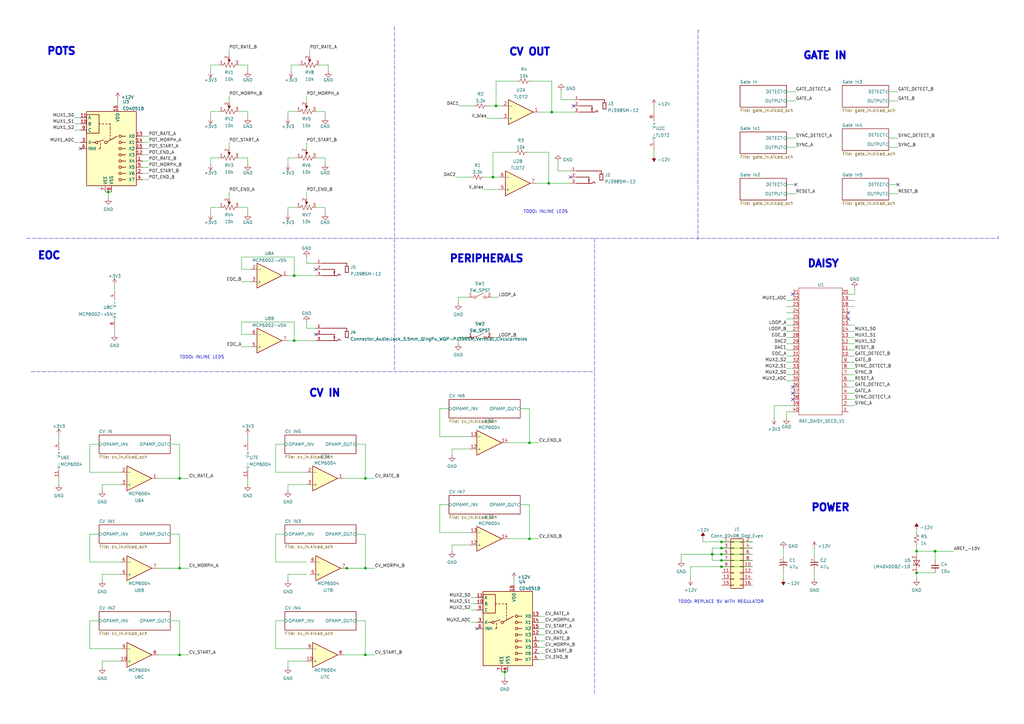
<source format=kicad_sch>
(kicad_sch (version 20211123) (generator eeschema)
  (paper "A3")
  (junction (at 73.66 268.605))
  (junction (at 203.454 43.434))
  (junction (at 292.1 227.33))
  (junction (at 375.92 234.95))
  (junction (at 149.86 233.045))
  (junction (at 149.86 196.215))
  (junction (at 44.45 78.74))
  (junction (at 383.54 226.06))
  (junction (at 225.044 75.184))
  (junction (at 226.314 45.974))
  (junction (at 207.01 275.59))
  (junction (at 217.17 220.98))
  (junction (at 73.66 196.215))
  (junction (at 295.91 229.87))
  (junction (at 202.184 72.644))
  (junction (at 120.65 113.03))
  (junction (at 149.86 268.605))
  (junction (at 120.65 139.7))
  (junction (at 217.17 181.61))
  (junction (at 73.66 233.045))
  (junction (at 295.91 227.33))
  (junction (at 295.91 232.41))
  (junction (at 142.24 233.045))
  (junction (at 375.92 226.06))
  (junction (at 295.91 222.25))
  (junction (at 295.91 224.79))
  (no_connect (at 347.98 130.81))
  (no_connect (at 325.12 158.75))
  (no_connect (at 326.39 75.692))
  (no_connect (at 233.934 72.644))
  (no_connect (at 325.12 163.83))
  (no_connect (at 235.204 43.434))
  (no_connect (at 325.12 161.29))
  (no_connect (at 33.02 60.96))
  (no_connect (at 368.3 75.692))
  (no_connect (at 195.58 257.81))
  (no_connect (at 129.54 137.16))
  (no_connect (at 129.54 110.49))
  (no_connect (at 347.98 128.27))
  (no_connect (at 325.12 120.65))
  (wire (pts (xy 322.58 79.502) (xy 326.39 79.502)))
  (wire (pts (xy 322.58 128.27) (xy 325.12 128.27)))
  (wire (pts (xy 375.92 234.95) (xy 375.92 237.49)))
  (wire (pts (xy 129.54 107.95) (xy 125.73 107.95)))
  (wire (pts (xy 121.92 85.09) (xy 118.11 85.09)))
  (wire (pts (xy 73.66 233.045) (xy 77.47 233.045)))
  (wire (pts (xy 364.49 37.592) (xy 368.3 37.592)))
  (wire (pts (xy 118.11 273.685) (xy 118.11 271.145)))
  (wire (pts (xy 217.424 33.274) (xy 226.314 33.274)))
  (wire (pts (xy 101.6 48.26) (xy 101.6 45.72)))
  (wire (pts (xy 347.98 125.73) (xy 350.52 125.73)))
  (wire (pts (xy 99.06 137.16) (xy 99.06 132.08)))
  (wire (pts (xy 41.91 271.145) (xy 49.53 271.145)))
  (wire (pts (xy 46.99 137.16) (xy 46.99 134.62)))
  (wire (pts (xy 93.98 22.86) (xy 93.98 20.32)))
  (wire (pts (xy 149.86 219.075) (xy 146.05 219.075)))
  (wire (pts (xy 180.34 167.64) (xy 180.34 179.07)))
  (wire (pts (xy 295.91 232.41) (xy 308.61 232.41)))
  (wire (pts (xy 325.12 146.05) (xy 322.58 146.05)))
  (wire (pts (xy 199.644 43.434) (xy 203.454 43.434)))
  (wire (pts (xy 317.5 166.37) (xy 317.5 171.45)))
  (wire (pts (xy 120.65 113.03) (xy 129.54 113.03)))
  (wire (pts (xy 195.58 255.27) (xy 193.04 255.27)))
  (wire (pts (xy 73.66 233.045) (xy 73.66 219.075)))
  (wire (pts (xy 350.52 140.97) (xy 347.98 140.97)))
  (wire (pts (xy 90.17 26.67) (xy 86.36 26.67)))
  (wire (pts (xy 322.58 130.81) (xy 325.12 130.81)))
  (wire (pts (xy 46.99 116.84) (xy 46.99 119.38)))
  (wire (pts (xy 364.49 79.502) (xy 368.3 79.502)))
  (wire (pts (xy 41.91 198.755) (xy 49.53 198.755)))
  (wire (pts (xy 118.11 113.03) (xy 120.65 113.03)))
  (wire (pts (xy 347.98 158.75) (xy 350.52 158.75)))
  (wire (pts (xy 41.91 235.585) (xy 49.53 235.585)))
  (wire (pts (xy 322.58 37.592) (xy 326.39 37.592)))
  (wire (pts (xy 203.454 33.274) (xy 212.344 33.274)))
  (wire (pts (xy 73.66 196.215) (xy 77.47 196.215)))
  (wire (pts (xy 364.49 56.642) (xy 368.3 56.642)))
  (wire (pts (xy 58.42 60.96) (xy 60.96 60.96)))
  (wire (pts (xy 292.1 227.33) (xy 295.91 227.33)))
  (wire (pts (xy 64.77 233.045) (xy 73.66 233.045)))
  (wire (pts (xy 347.98 153.67) (xy 350.52 153.67)))
  (wire (pts (xy 36.83 230.505) (xy 49.53 230.505)))
  (wire (pts (xy 93.98 81.28) (xy 93.98 78.74)))
  (wire (pts (xy 97.79 26.67) (xy 101.6 26.67)))
  (wire (pts (xy 334.01 233.68) (xy 334.01 237.49)))
  (wire (pts (xy 187.96 121.92) (xy 187.96 124.46)))
  (wire (pts (xy 350.52 135.89) (xy 347.98 135.89)))
  (wire (pts (xy 268.224 61.214) (xy 268.224 63.754)))
  (wire (pts (xy 195.58 247.65) (xy 193.04 247.65)))
  (wire (pts (xy 201.93 121.92) (xy 204.47 121.92)))
  (wire (pts (xy 129.54 64.77) (xy 133.35 64.77)))
  (wire (pts (xy 118.11 87.63) (xy 118.11 85.09)))
  (wire (pts (xy 99.06 132.08) (xy 120.65 132.08)))
  (wire (pts (xy 73.66 268.605) (xy 73.66 254.635)))
  (wire (pts (xy 295.91 227.33) (xy 308.61 227.33)))
  (wire (pts (xy 118.11 235.585) (xy 125.73 235.585)))
  (wire (pts (xy 230.124 40.894) (xy 235.204 40.894)))
  (wire (pts (xy 325.12 151.13) (xy 322.58 151.13)))
  (wire (pts (xy 118.11 139.7) (xy 120.65 139.7)))
  (wire (pts (xy 118.11 67.31) (xy 118.11 64.77)))
  (wire (pts (xy 73.66 268.605) (xy 77.47 268.605)))
  (polyline (pts (xy 243.84 97.79) (xy 243.84 284.48)))
  (wire (pts (xy 102.87 137.16) (xy 99.06 137.16)))
  (wire (pts (xy 113.03 266.065) (xy 125.73 266.065)))
  (wire (pts (xy 24.13 178.435) (xy 24.13 180.975)))
  (wire (pts (xy 130.81 26.67) (xy 134.62 26.67)))
  (wire (pts (xy 364.49 75.692) (xy 368.3 75.692)))
  (wire (pts (xy 350.52 123.19) (xy 347.98 123.19)))
  (wire (pts (xy 60.96 58.42) (xy 58.42 58.42)))
  (wire (pts (xy 113.03 219.075) (xy 113.03 230.505)))
  (wire (pts (xy 207.01 275.59) (xy 207.01 278.13)))
  (wire (pts (xy 180.34 207.01) (xy 180.34 218.44)))
  (wire (pts (xy 288.29 222.25) (xy 295.91 222.25)))
  (wire (pts (xy 322.58 60.452) (xy 326.39 60.452)))
  (wire (pts (xy 102.87 110.49) (xy 99.06 110.49)))
  (wire (pts (xy 101.6 198.755) (xy 101.6 196.215)))
  (wire (pts (xy 364.49 60.452) (xy 368.3 60.452)))
  (wire (pts (xy 90.17 85.09) (xy 86.36 85.09)))
  (wire (pts (xy 125.73 105.41) (xy 125.73 107.95)))
  (wire (pts (xy 383.54 226.06) (xy 383.54 229.87)))
  (wire (pts (xy 58.42 63.5) (xy 60.96 63.5)))
  (wire (pts (xy 90.17 45.72) (xy 86.36 45.72)))
  (wire (pts (xy 325.12 140.97) (xy 322.58 140.97)))
  (wire (pts (xy 41.91 238.125) (xy 41.91 235.585)))
  (wire (pts (xy 322.58 148.59) (xy 325.12 148.59)))
  (wire (pts (xy 322.58 41.402) (xy 326.39 41.402)))
  (wire (pts (xy 347.98 143.51) (xy 350.52 143.51)))
  (wire (pts (xy 185.42 186.69) (xy 185.42 184.15)))
  (wire (pts (xy 180.34 218.44) (xy 193.04 218.44)))
  (wire (pts (xy 113.03 230.505) (xy 125.73 230.505)))
  (wire (pts (xy 221.234 45.974) (xy 226.314 45.974)))
  (wire (pts (xy 364.49 41.402) (xy 368.3 41.402)))
  (wire (pts (xy 375.92 234.95) (xy 383.54 234.95)))
  (wire (pts (xy 325.12 166.37) (xy 317.5 166.37)))
  (wire (pts (xy 322.58 153.67) (xy 325.12 153.67)))
  (wire (pts (xy 149.86 182.245) (xy 146.05 182.245)))
  (wire (pts (xy 210.82 237.49) (xy 210.82 240.03)))
  (wire (pts (xy 228.854 70.104) (xy 233.934 70.104)))
  (wire (pts (xy 225.044 62.484) (xy 225.044 75.184)))
  (wire (pts (xy 191.77 138.43) (xy 187.96 138.43)))
  (wire (pts (xy 322.58 143.51) (xy 325.12 143.51)))
  (wire (pts (xy 149.86 268.605) (xy 149.86 254.635)))
  (wire (pts (xy 64.77 268.605) (xy 73.66 268.605)))
  (wire (pts (xy 33.02 50.8) (xy 30.48 50.8)))
  (wire (pts (xy 325.12 133.35) (xy 322.58 133.35)))
  (wire (pts (xy 101.6 178.435) (xy 101.6 180.975)))
  (wire (pts (xy 86.36 67.31) (xy 86.36 64.77)))
  (wire (pts (xy 121.92 45.72) (xy 118.11 45.72)))
  (wire (pts (xy 60.96 68.58) (xy 58.42 68.58)))
  (wire (pts (xy 149.86 233.045) (xy 153.67 233.045)))
  (wire (pts (xy 120.65 105.41) (xy 120.65 113.03)))
  (wire (pts (xy 101.6 87.63) (xy 101.6 85.09)))
  (wire (pts (xy 116.84 219.075) (xy 113.03 219.075)))
  (wire (pts (xy 225.044 75.184) (xy 233.934 75.184)))
  (wire (pts (xy 185.42 223.52) (xy 193.04 223.52)))
  (wire (pts (xy 113.03 254.635) (xy 113.03 266.065)))
  (wire (pts (xy 99.06 142.24) (xy 102.87 142.24)))
  (polyline (pts (xy 161.798 10.922) (xy 161.798 151.638)))
  (wire (pts (xy 133.35 87.63) (xy 133.35 85.09)))
  (wire (pts (xy 322.58 75.692) (xy 326.39 75.692)))
  (wire (pts (xy 44.45 78.74) (xy 45.72 78.74)))
  (wire (pts (xy 220.98 267.97) (xy 223.52 267.97)))
  (wire (pts (xy 133.35 48.26) (xy 133.35 45.72)))
  (wire (pts (xy 219.964 75.184) (xy 225.044 75.184)))
  (wire (pts (xy 202.184 72.644) (xy 204.724 72.644)))
  (wire (pts (xy 73.66 219.075) (xy 69.85 219.075)))
  (wire (pts (xy 288.29 222.25) (xy 288.29 220.98)))
  (wire (pts (xy 48.26 40.64) (xy 48.26 43.18)))
  (polyline (pts (xy 10.922 97.79) (xy 409.448 97.79)))
  (wire (pts (xy 279.4 227.33) (xy 292.1 227.33)))
  (wire (pts (xy 113.03 182.245) (xy 113.03 193.675)))
  (wire (pts (xy 73.66 196.215) (xy 73.66 182.245)))
  (polyline (pts (xy 286.258 12.446) (xy 286.766 12.446)))
  (wire (pts (xy 375.92 226.06) (xy 375.92 227.33)))
  (wire (pts (xy 125.73 132.08) (xy 125.73 134.62)))
  (wire (pts (xy 375.92 217.17) (xy 375.92 218.44)))
  (wire (pts (xy 184.15 167.64) (xy 180.34 167.64)))
  (wire (pts (xy 149.86 268.605) (xy 153.67 268.605)))
  (wire (pts (xy 97.79 45.72) (xy 101.6 45.72)))
  (wire (pts (xy 292.1 224.79) (xy 292.1 227.33)))
  (wire (pts (xy 40.64 182.245) (xy 36.83 182.245)))
  (wire (pts (xy 322.58 168.91) (xy 322.58 171.45)))
  (wire (pts (xy 193.04 245.11) (xy 195.58 245.11)))
  (wire (pts (xy 193.04 250.19) (xy 195.58 250.19)))
  (wire (pts (xy 125.73 81.28) (xy 125.73 78.74)))
  (wire (pts (xy 347.98 161.29) (xy 350.52 161.29)))
  (wire (pts (xy 226.314 33.274) (xy 226.314 45.974)))
  (wire (pts (xy 44.45 78.74) (xy 44.45 81.28)))
  (wire (pts (xy 41.91 273.685) (xy 41.91 271.145)))
  (wire (pts (xy 86.36 48.26) (xy 86.36 45.72)))
  (wire (pts (xy 350.52 120.65) (xy 350.52 118.11)))
  (wire (pts (xy 149.86 254.635) (xy 146.05 254.635)))
  (wire (pts (xy 133.35 67.31) (xy 133.35 64.77)))
  (wire (pts (xy 86.36 29.21) (xy 86.36 26.67)))
  (wire (pts (xy 36.83 266.065) (xy 49.53 266.065)))
  (wire (pts (xy 220.98 257.81) (xy 223.52 257.81)))
  (wire (pts (xy 134.62 29.21) (xy 134.62 26.67)))
  (wire (pts (xy 203.454 43.434) (xy 205.994 43.434)))
  (wire (pts (xy 325.12 168.91) (xy 322.58 168.91)))
  (wire (pts (xy 184.15 207.01) (xy 180.34 207.01)))
  (wire (pts (xy 375.92 226.06) (xy 383.54 226.06)))
  (wire (pts (xy 208.28 220.98) (xy 217.17 220.98)))
  (wire (pts (xy 93.98 41.91) (xy 93.98 39.37)))
  (wire (pts (xy 121.92 64.77) (xy 118.11 64.77)))
  (wire (pts (xy 205.74 275.59) (xy 207.01 275.59)))
  (wire (pts (xy 118.11 271.145) (xy 125.73 271.145)))
  (wire (pts (xy 93.98 60.96) (xy 93.98 58.42)))
  (wire (pts (xy 119.38 29.21) (xy 119.38 26.67)))
  (wire (pts (xy 201.93 138.43) (xy 204.47 138.43)))
  (wire (pts (xy 129.54 134.62) (xy 125.73 134.62)))
  (wire (pts (xy 97.79 64.77) (xy 101.6 64.77)))
  (wire (pts (xy 113.03 193.675) (xy 125.73 193.675)))
  (wire (pts (xy 191.77 121.92) (xy 187.96 121.92)))
  (wire (pts (xy 101.6 29.21) (xy 101.6 26.67)))
  (wire (pts (xy 347.98 163.83) (xy 350.52 163.83)))
  (wire (pts (xy 149.86 196.215) (xy 149.86 182.245)))
  (wire (pts (xy 73.66 182.245) (xy 69.85 182.245)))
  (wire (pts (xy 292.1 229.87) (xy 295.91 229.87)))
  (wire (pts (xy 217.17 220.98) (xy 220.98 220.98)))
  (wire (pts (xy 30.48 53.34) (xy 33.02 53.34)))
  (wire (pts (xy 40.64 219.075) (xy 36.83 219.075)))
  (wire (pts (xy 383.54 226.06) (xy 391.16 226.06)))
  (wire (pts (xy 58.42 66.04) (xy 60.96 66.04)))
  (wire (pts (xy 140.97 233.045) (xy 142.24 233.045)))
  (wire (pts (xy 129.54 85.09) (xy 133.35 85.09)))
  (wire (pts (xy 24.13 198.755) (xy 24.13 196.215)))
  (wire (pts (xy 295.91 229.87) (xy 308.61 229.87)))
  (wire (pts (xy 180.34 179.07) (xy 193.04 179.07)))
  (wire (pts (xy 375.92 223.52) (xy 375.92 226.06)))
  (wire (pts (xy 187.96 138.43) (xy 187.96 140.97)))
  (wire (pts (xy 36.83 254.635) (xy 36.83 266.065)))
  (wire (pts (xy 120.65 139.7) (xy 129.54 139.7)))
  (wire (pts (xy 99.06 110.49) (xy 99.06 105.41)))
  (wire (pts (xy 347.98 146.05) (xy 350.52 146.05)))
  (wire (pts (xy 43.18 78.74) (xy 44.45 78.74)))
  (wire (pts (xy 202.184 72.644) (xy 202.184 62.484)))
  (wire (pts (xy 268.224 43.434) (xy 268.224 45.974)))
  (wire (pts (xy 325.12 135.89) (xy 322.58 135.89)))
  (wire (pts (xy 217.17 181.61) (xy 220.98 181.61)))
  (wire (pts (xy 223.52 255.27) (xy 220.98 255.27)))
  (polyline (pts (xy 12.7 152.4) (xy 243.84 152.4)))
  (wire (pts (xy 199.644 48.514) (xy 205.994 48.514)))
  (wire (pts (xy 217.17 207.01) (xy 213.36 207.01)))
  (wire (pts (xy 58.42 71.12) (xy 60.96 71.12)))
  (wire (pts (xy 86.36 87.63) (xy 86.36 85.09)))
  (wire (pts (xy 116.84 182.245) (xy 113.03 182.245)))
  (wire (pts (xy 220.98 270.51) (xy 223.52 270.51)))
  (wire (pts (xy 90.17 64.77) (xy 86.36 64.77)))
  (wire (pts (xy 347.98 148.59) (xy 350.52 148.59)))
  (wire (pts (xy 120.65 132.08) (xy 120.65 139.7)))
  (wire (pts (xy 216.154 62.484) (xy 225.044 62.484)))
  (wire (pts (xy 125.73 60.96) (xy 125.73 58.42)))
  (wire (pts (xy 217.17 167.64) (xy 213.36 167.64)))
  (wire (pts (xy 140.97 196.215) (xy 149.86 196.215)))
  (wire (pts (xy 228.854 66.294) (xy 228.854 70.104)))
  (wire (pts (xy 347.98 156.21) (xy 350.52 156.21)))
  (polyline (pts (xy 286.258 98.298) (xy 286.258 12.446)))
  (wire (pts (xy 118.11 201.295) (xy 118.11 198.755)))
  (wire (pts (xy 321.31 224.79) (xy 321.31 228.6)))
  (wire (pts (xy 118.11 48.26) (xy 118.11 45.72)))
  (wire (pts (xy 99.06 105.41) (xy 120.65 105.41)))
  (wire (pts (xy 185.42 226.06) (xy 185.42 223.52)))
  (wire (pts (xy 322.58 56.642) (xy 326.39 56.642)))
  (wire (pts (xy 220.98 252.73) (xy 223.52 252.73)))
  (wire (pts (xy 325.12 156.21) (xy 322.58 156.21)))
  (wire (pts (xy 101.6 67.31) (xy 101.6 64.77)))
  (wire (pts (xy 279.4 229.87) (xy 279.4 227.33)))
  (wire (pts (xy 33.02 58.42) (xy 30.48 58.42)))
  (wire (pts (xy 30.48 48.26) (xy 33.02 48.26)))
  (wire (pts (xy 321.31 233.68) (xy 321.31 237.49)))
  (wire (pts (xy 295.91 224.79) (xy 308.61 224.79)))
  (wire (pts (xy 58.42 55.88) (xy 60.96 55.88)))
  (wire (pts (xy 73.66 254.635) (xy 69.85 254.635)))
  (wire (pts (xy 217.17 220.98) (xy 217.17 207.01)))
  (wire (pts (xy 40.64 254.635) (xy 36.83 254.635)))
  (wire (pts (xy 292.1 224.79) (xy 295.91 224.79)))
  (wire (pts (xy 203.454 43.434) (xy 203.454 33.274)))
  (wire (pts (xy 347.98 133.35) (xy 350.52 133.35)))
  (wire (pts (xy 142.24 233.045) (xy 149.86 233.045)))
  (wire (pts (xy 149.86 196.215) (xy 153.67 196.215)))
  (wire (pts (xy 140.97 268.605) (xy 149.86 268.605)))
  (wire (pts (xy 129.54 45.72) (xy 133.35 45.72)))
  (polyline (pts (xy 409.448 97.79) (xy 409.448 96.774)))
  (wire (pts (xy 118.11 238.125) (xy 118.11 235.585)))
  (wire (pts (xy 99.06 115.57) (xy 102.87 115.57)))
  (wire (pts (xy 202.184 62.484) (xy 211.074 62.484)))
  (wire (pts (xy 347.98 166.37) (xy 350.52 166.37)))
  (wire (pts (xy 64.77 196.215) (xy 73.66 196.215)))
  (wire (pts (xy 334.01 224.79) (xy 334.01 228.6)))
  (wire (pts (xy 347.98 151.13) (xy 350.52 151.13)))
  (wire (pts (xy 149.86 233.045) (xy 149.86 219.075)))
  (wire (pts (xy 347.98 120.65) (xy 350.52 120.65)))
  (wire (pts (xy 208.28 181.61) (xy 217.17 181.61)))
  (wire (pts (xy 283.21 232.41) (xy 283.21 237.49)))
  (wire (pts (xy 198.374 77.724) (xy 204.724 77.724)))
  (wire (pts (xy 220.98 262.89) (xy 223.52 262.89)))
  (wire (pts (xy 347.98 138.43) (xy 350.52 138.43)))
  (wire (pts (xy 217.17 181.61) (xy 217.17 167.64)))
  (wire (pts (xy 118.11 198.755) (xy 125.73 198.755)))
  (wire (pts (xy 127 22.86) (xy 127 20.32)))
  (wire (pts (xy 322.58 138.43) (xy 325.12 138.43)))
  (wire (pts (xy 295.91 222.25) (xy 308.61 222.25)))
  (wire (pts (xy 220.98 260.35) (xy 223.52 260.35)))
  (wire (pts (xy 295.91 232.41) (xy 283.21 232.41)))
  (wire (pts (xy 125.73 41.91) (xy 125.73 39.37)))
  (wire (pts (xy 292.1 227.33) (xy 292.1 229.87)))
  (wire (pts (xy 116.84 254.635) (xy 113.03 254.635)))
  (wire (pts (xy 36.83 193.675) (xy 49.53 193.675)))
  (wire (pts (xy 223.52 265.43) (xy 220.98 265.43)))
  (wire (pts (xy 123.19 26.67) (xy 119.38 26.67)))
  (wire (pts (xy 188.214 43.434) (xy 194.564 43.434)))
  (wire (pts (xy 97.79 85.09) (xy 101.6 85.09)))
  (wire (pts (xy 36.83 219.075) (xy 36.83 230.505)))
  (wire (pts (xy 36.83 182.245) (xy 36.83 193.675)))
  (wire (pts (xy 60.96 73.66) (xy 58.42 73.66)))
  (wire (pts (xy 186.944 72.644) (xy 193.294 72.644)))
  (wire (pts (xy 322.58 125.73) (xy 325.12 125.73)))
  (wire (pts (xy 207.01 275.59) (xy 208.28 275.59)))
  (wire (pts (xy 185.42 184.15) (xy 193.04 184.15)))
  (wire (pts (xy 226.314 45.974) (xy 235.204 45.974)))
  (wire (pts (xy 325.12 123.19) (xy 322.58 123.19)))
  (wire (pts (xy 230.124 37.084) (xy 230.124 40.894)))
  (wire (pts (xy 198.374 72.644) (xy 202.184 72.644)))
  (wire (pts (xy 41.91 201.295) (xy 41.91 198.755)))
  (text "DAISY" (at 330.962 109.982 0) (effects (font (size 3 3) (thickness 1) bold) (justify left bottom)))
  (text "POWER" (at 332.486 210.058 0) (effects (font (size 3 3) (thickness 1) bold) (justify left bottom)))
  (text "CV OUT" (at 208.534 23.114 0) (effects (font (size 3 3) (thickness 1) bold) (justify left bottom)))
  (text "TODO: REPLACE 5V WITH REGULATOR\n" (at 278.13 247.65 0) (effects (font (size 1.27 1.27)) (justify left bottom)))
  (text "TODO: INLINE LEDS" (at 73.66 147.32 0) (effects (font (size 1.27 1.27)) (justify left bottom)))
  (text "GATE IN" (at 329.184 24.638 0) (effects (font (size 3 3) (thickness 1) bold) (justify left bottom)))
  (text "EOC" (at 15.24 106.68 0) (effects (font (size 3 3) (thickness 1) bold) (justify left bottom)))
  (text "CV IN" (at 126.492 163.068 0) (effects (font (size 3 3) (thickness 1) bold) (justify left bottom)))
  (text "POTS\n" (at 19.05 22.86 0) (effects (font (size 3 3) (thickness 1) bold) (justify left bottom)))
  (text "PERIPHERALS" (at 184.15 107.95 0) (effects (font (size 3 3) (thickness 1) bold) (justify left bottom)))
  (text "TODO: INLINE LEDS" (at 214.63 87.63 0) (effects (font (size 1.27 1.27)) (justify left bottom)))
  (label "LOOP_A" (at 322.58 133.35 180))
  (label "GATE_DETECT_A" (at 326.39 37.592 0))
  (label "CV_RATE_A" (at 77.47 196.215 0))
  (label "POT_END_B" (at 60.96 73.66 0))
  (label "SYNC_DETECT_A" (at 326.39 56.642 0))
  (label "LOOP_B" (at 322.58 135.89 180))
  (label "V_bias" (at 198.374 77.724 180))
  (label "CV_START_B" (at 153.67 268.605 0))
  (label "SYNC_DETECT_B" (at 368.3 56.642 0))
  (label "RESET_B" (at 368.3 79.502 0))
  (label "CV_MORPH_A" (at 77.47 233.045 0))
  (label "POT_START_B" (at 60.96 71.12 0))
  (label "GATE_B" (at 350.52 148.59 0))
  (label "POT_START_A" (at 60.96 60.96 0))
  (label "POT_END_B" (at 125.73 78.74 0))
  (label "EOC_B" (at 322.58 138.43 180))
  (label "MUX2_S1" (at 322.58 151.13 180))
  (label "CV_MORPH_B" (at 223.52 265.43 0))
  (label "MUX2_S0" (at 322.58 153.67 180))
  (label "CV_MORPH_A" (at 223.52 255.27 0))
  (label "CV_END_B" (at 223.52 270.51 0))
  (label "CV_START_B" (at 223.52 267.97 0))
  (label "MUX1_S2" (at 350.52 140.97 0))
  (label "CV_MORPH_B" (at 153.67 233.045 0))
  (label "MUX2_ADC" (at 193.04 255.27 180))
  (label "MUX2_ADC" (at 322.58 156.21 180))
  (label "MUX1_S2" (at 30.48 53.34 180))
  (label "RESET_A" (at 350.52 156.21 0))
  (label "MUX1_S0" (at 30.48 48.26 180))
  (label "DAC2" (at 322.58 140.97 180))
  (label "POT_RATE_B" (at 60.96 66.04 0))
  (label "CV_RATE_B" (at 223.52 262.89 0))
  (label "RESET_A" (at 326.39 79.502 0))
  (label "SYNC_A" (at 326.39 60.452 0))
  (label "RESET_B" (at 350.52 143.51 0))
  (label "CV_START_A" (at 223.52 257.81 0))
  (label "GATE_B" (at 368.3 41.402 0))
  (label "POT_MORPH_B" (at 60.96 68.58 0))
  (label "GATE_DETECT_A" (at 350.52 158.75 0))
  (label "CV_RATE_B" (at 153.67 196.215 0))
  (label "SYNC_A" (at 350.52 166.37 0))
  (label "EOC_A" (at 322.58 146.05 180))
  (label "POT_START_A" (at 93.98 58.42 0))
  (label "V_bias" (at 199.644 48.514 180))
  (label "DAC2" (at 186.944 72.644 180))
  (label "DAC1" (at 322.58 143.51 180))
  (label "GATE_DETECT_B" (at 350.52 146.05 0))
  (label "GATE_A" (at 326.39 41.402 0))
  (label "POT_MORPH_A" (at 125.73 39.37 0))
  (label "LOOP_B" (at 204.47 138.43 0))
  (label "SYNC_DETECT_A" (at 350.52 163.83 0))
  (label "CV_END_A" (at 223.52 260.35 0))
  (label "POT_MORPH_B" (at 93.98 39.37 0))
  (label "DAC1" (at 188.214 43.434 180))
  (label "POT_END_A" (at 60.96 63.5 0))
  (label "POT_END_A" (at 93.98 78.74 0))
  (label "POT_RATE_B" (at 93.98 20.32 0))
  (label "GATE_DETECT_B" (at 368.3 37.592 0))
  (label "CV_END_A" (at 220.98 181.61 0))
  (label "CV_RATE_A" (at 223.52 252.73 0))
  (label "MUX1_ADC" (at 30.48 58.42 180))
  (label "GATE_A" (at 350.52 161.29 0))
  (label "SYNC_DETECT_B" (at 350.52 151.13 0))
  (label "MUX1_ADC" (at 322.58 123.19 180))
  (label "POT_RATE_A" (at 127 20.32 0))
  (label "EOC_B" (at 99.06 115.57 180))
  (label "MUX2_S1" (at 193.04 247.65 180))
  (label "MUX1_S1" (at 30.48 50.8 180))
  (label "SYNC_B" (at 368.3 60.452 0))
  (label "POT_MORPH_A" (at 60.96 58.42 0))
  (label "CV_START_A" (at 77.47 268.605 0))
  (label "LOOP_A" (at 204.47 121.92 0))
  (label "POT_START_B" (at 125.73 58.42 0))
  (label "MUX1_S1" (at 350.52 138.43 0))
  (label "EOC_A" (at 99.06 142.24 180))
  (label "MUX1_S0" (at 350.52 135.89 0))
  (label "MUX2_S2" (at 322.58 148.59 180))
  (label "MUX2_S0" (at 193.04 245.11 180))
  (label "MUX2_S2" (at 193.04 250.19 180))
  (label "CV_END_B" (at 220.98 220.98 0))
  (label "AREF_-10V" (at 391.16 226.06 0))
  (label "POT_RATE_A" (at 60.96 55.88 0))
  (label "SYNC_B" (at 350.52 153.67 0))
  (symbol (lib_id "PJ398SM-12:PJ398SM-12") (at 137.16 107.95 0) (mirror y) (unit 1)
    (property "Reference" "J5" (at 143.637 109.5815 0) (effects (justify right)))
    (property "Value" "PJ398SM-12" (at 143.637 112.3566 0) (effects (justify right)))
    (property "Footprint" "Connector_Audio:Jack_3.5mm_QingPu_WQP-PJ398SM_Vertical_CircularHoles" (effects hide))
    (property "MAXIMUM_PACKAGE_HEIGHT" "14.5 mm" (effects hide))
    (property "MANUFACTURER" "Thonk" (effects hide))
    (property "PARTREV" "1" (effects hide))
    (property "STANDARD" "Manufacturer Recommendations" (effects hide))
  )
  (symbol (lib_id "Device:R_Small_US") (at 213.614 62.484 90) (unit 1)
    (property "Reference" "R3" (at 213.614 57.6285 90))
    (property "Value" "10k" (at 213.614 60.4036 90))
  )
  (symbol (lib_id "Device:R_Potentiometer_US") (at 93.98 64.77 90) (unit 1)
    (property "Reference" "RV3" (at 93.98 67.8085 90))
    (property "Value" "10k" (at 93.98 70.5836 90))
    (property "Footprint" "Potentiometer_THT:Potentiometer_Alpha_RD901F-40-00D_Single_Vertical_CircularHoles" (effects hide))
  )
  (symbol (lib_id "power:+12V") (at 48.26 40.64 0) (unit 1)
    (property "Reference" "#PWR0177" (effects hide))
    (property "Value" "+12V" (at 49.657 39.849 0) (effects (justify left)))
  )
  (symbol (lib_id "power:GND") (at 185.42 226.06 0) (unit 1)
    (property "Reference" "#PWR0180" (effects hide))
    (property "Value" "GND" (at 185.42 230.6225 0))
  )
  (symbol (lib_id "power:GND") (at 187.96 140.97 0) (unit 1)
    (property "Reference" "#PWR0174" (effects hide))
    (property "Value" "GND" (at 187.96 145.5325 0))
  )
  (symbol (lib_id "PJ398SM-12:PJ398SM-12") (at 241.554 70.104 0) (mirror y) (unit 1)
    (property "Reference" "J2" (at 248.031 71.7355 0) (effects (justify right)))
    (property "Value" "PJ398SM-12" (at 248.031 74.5106 0) (effects (justify right)))
    (property "Footprint" "Connector_Audio:Jack_3.5mm_QingPu_WQP-PJ398SM_Vertical_CircularHoles" (effects hide))
    (property "MAXIMUM_PACKAGE_HEIGHT" "14.5 mm" (effects hide))
    (property "MANUFACTURER" "Thonk" (effects hide))
    (property "PARTREV" "1" (effects hide))
    (property "STANDARD" "Manufacturer Recommendations" (effects hide))
  )
  (symbol (lib_id "power:+12V") (at 210.82 237.49 0) (unit 1)
    (property "Reference" "#PWR0183" (effects hide))
    (property "Value" "+12V" (at 212.217 236.699 0) (effects (justify left)))
  )
  (symbol (lib_id "power:GND") (at 125.73 105.41 180) (unit 1)
    (property "Reference" "#PWR0104" (effects hide))
    (property "Value" "GND" (at 125.73 101.8055 0))
  )
  (symbol (lib_id "Device:R_Potentiometer_US") (at 93.98 85.09 90) (unit 1)
    (property "Reference" "RV4" (at 93.98 88.1285 90))
    (property "Value" "10k" (at 93.98 90.9036 90))
    (property "Footprint" "Potentiometer_THT:Potentiometer_Alpha_RD901F-40-00D_Single_Vertical_CircularHoles" (effects hide))
  )
  (symbol (lib_id "power:GND") (at 101.6 87.63 0) (unit 1)
    (property "Reference" "#PWR0181" (effects hide))
    (property "Value" "GND" (at 101.6 91.2345 0))
  )
  (symbol (lib_id "lowstepper_internal_lib:RAF_DAISY_SEED_V1") (at 336.55 144.78 0) (unit 1)
    (property "Reference" "U1" (at 335.28 116.84 0) (effects (justify left)))
    (property "Value" "RAF_DAISY_SEED_V1" (at 327.66 172.72 0) (effects (justify left)))
  )
  (symbol (lib_id "power:+12V") (at 268.224 43.434 0) (unit 1)
    (property "Reference" "#PWR0128" (effects hide))
    (property "Value" "+12V" (at 269.621 42.643 0) (effects (justify left)))
  )
  (symbol (lib_id "Amplifier_Operational:MCP6004") (at 200.66 181.61 0) (mirror x) (unit 4)
    (property "Reference" "U6" (at 200.66 172.5635 0))
    (property "Value" "MCP6004" (at 200.66 175.3386 0))
    (property "Footprint" "Package_SO:SO-14_3.9x8.65mm_P1.27mm" (effects hide))
    (property "Datasheet" "http://ww1.microchip.com/downloads/en/DeviceDoc/21733j.pdf" (effects hide))
  )
  (symbol (lib_id "Device:R_Potentiometer_US") (at 93.98 26.67 90) (unit 1)
    (property "Reference" "RV1" (at 93.98 29.7085 90))
    (property "Value" "10k" (at 93.98 32.4836 90))
    (property "Footprint" "Potentiometer_THT:Potentiometer_Alpha_RD901F-40-00D_Single_Vertical_CircularHoles" (effects hide))
  )
  (symbol (lib_id "power:+3V3") (at 86.36 87.63 180) (unit 1)
    (property "Reference" "#PWR0182" (effects hide))
    (property "Value" "+3V3" (at 86.36 91.2345 0))
  )
  (symbol (lib_id "power:+3V3") (at 24.13 178.435 0) (unit 1)
    (property "Reference" "#PWR0106" (effects hide))
    (property "Value" "+3V3" (at 24.13 174.8305 0))
  )
  (symbol (lib_id "Switch:SW_SPST") (at 196.85 121.92 0) (unit 1)
    (property "Reference" "SW1" (at 196.85 116.3025 0))
    (property "Value" "SW_SPST" (at 196.85 119.0776 0))
  )
  (symbol (lib_id "Amplifier_Operational:TL072") (at 212.344 75.184 0) (mirror x) (unit 2)
    (property "Reference" "U2" (at 212.344 66.1375 0))
    (property "Value" "TL072" (at 212.344 68.9126 0))
    (property "Footprint" "Package_SO:SOIC-8_3.9x4.9mm_P1.27mm" (effects hide))
    (property "Datasheet" "http://www.ti.com/lit/ds/symlink/tl071.pdf" (effects hide))
  )
  (symbol (lib_id "Amplifier_Operational:MCP6004") (at 133.35 268.605 0) (mirror x) (unit 3)
    (property "Reference" "U7" (at 133.35 277.6515 0))
    (property "Value" "MCP6004" (at 133.35 274.8764 0))
    (property "Footprint" "Package_SO:SO-14_3.9x8.65mm_P1.27mm" (effects hide))
    (property "Datasheet" "http://ww1.microchip.com/downloads/en/DeviceDoc/21733j.pdf" (effects hide))
  )
  (symbol (lib_id "power:-12V") (at 321.31 237.49 180) (unit 1)
    (property "Reference" "#PWR0116" (effects hide))
    (property "Value" "-12V" (at 322.707 239.239 0) (effects (justify right)))
  )
  (symbol (lib_id "power:GND") (at 321.31 224.79 180) (unit 1)
    (property "Reference" "#PWR0117" (effects hide))
    (property "Value" "GND" (at 323.215 223.999 0) (effects (justify right)))
  )
  (symbol (lib_id "power:+3V3") (at 119.38 29.21 180) (unit 1)
    (property "Reference" "#PWR0185" (effects hide))
    (property "Value" "+3V3" (at 119.38 32.8145 0))
  )
  (symbol (lib_id "Amplifier_Operational:TL072") (at 270.764 53.594 0) (unit 3)
    (property "Reference" "U2" (at 268.859 52.6855 0) (effects (justify left)))
    (property "Value" "TL072" (at 268.859 55.4606 0) (effects (justify left)))
    (property "Footprint" "Package_SO:SOIC-8_3.9x4.9mm_P1.27mm" (effects hide))
    (property "Datasheet" "http://www.ti.com/lit/ds/symlink/tl071.pdf" (effects hide))
  )
  (symbol (lib_id "power:+12V") (at 283.21 237.49 180) (unit 1)
    (property "Reference" "#PWR0125" (effects hide))
    (property "Value" "+12V" (at 283.21 242.0525 0))
  )
  (symbol (lib_id "Amplifier_Operational:MCP6004") (at 26.67 188.595 0) (unit 5)
    (property "Reference" "U6" (at 24.765 187.6865 0) (effects (justify left)))
    (property "Value" "MCP6004" (at 24.765 190.4616 0) (effects (justify left)))
    (property "Footprint" "Package_SO:SO-14_3.9x8.65mm_P1.27mm" (effects hide))
    (property "Datasheet" "http://ww1.microchip.com/downloads/en/DeviceDoc/21733j.pdf" (effects hide))
  )
  (symbol (lib_id "power:GND") (at 350.52 118.11 180) (unit 1)
    (property "Reference" "#PWR0105" (effects hide))
    (property "Value" "GND" (at 350.52 114.5055 0))
  )
  (symbol (lib_id "Amplifier_Operational:MCP6004") (at 134.62 233.045 0) (mirror x) (unit 2)
    (property "Reference" "U7" (at 134.62 242.0915 0))
    (property "Value" "MCP6004" (at 134.62 239.3164 0))
    (property "Footprint" "Package_SO:SO-14_3.9x8.65mm_P1.27mm" (effects hide))
    (property "Datasheet" "http://ww1.microchip.com/downloads/en/DeviceDoc/21733j.pdf" (effects hide))
  )
  (symbol (lib_id "Amplifier_Operational:TL072") (at 213.614 45.974 0) (mirror x) (unit 1)
    (property "Reference" "U2" (at 213.614 36.9275 0))
    (property "Value" "TL072" (at 213.614 39.7026 0))
    (property "Footprint" "Package_SO:SOIC-8_3.9x4.9mm_P1.27mm" (effects hide))
    (property "Datasheet" "http://www.ti.com/lit/ds/symlink/tl071.pdf" (effects hide))
  )
  (symbol (lib_id "Device:C_Small") (at 383.54 232.41 0) (unit 1)
    (property "Reference" "C4" (at 385.8641 231.5078 0) (effects (justify left)))
    (property "Value" "10u" (at 385.8641 234.2829 0) (effects (justify left)))
  )
  (symbol (lib_id "power:+3V3") (at 317.5 171.45 180) (unit 1)
    (property "Reference" "#PWR0102" (effects hide))
    (property "Value" "+3V3" (at 317.5 176.0125 0))
  )
  (symbol (lib_id "power:GND") (at 125.73 132.08 180) (unit 1)
    (property "Reference" "#PWR0103" (effects hide))
    (property "Value" "GND" (at 125.73 128.4755 0))
  )
  (symbol (lib_id "power:+3V3") (at 118.11 67.31 180) (unit 1)
    (property "Reference" "#PWR0170" (effects hide))
    (property "Value" "+3V3" (at 118.11 70.9145 0))
  )
  (symbol (lib_id "power:GND") (at 41.91 273.685 0) (unit 1)
    (property "Reference" "#PWR0135" (effects hide))
    (property "Value" "GND" (at 41.91 278.2475 0))
  )
  (symbol (lib_id "Analog_Switch:CD4051B") (at 208.28 257.81 0) (unit 1)
    (property "Reference" "U4" (at 212.8394 238.6035 0) (effects (justify left)))
    (property "Value" "CD4051B" (at 212.8394 241.3786 0) (effects (justify left)))
    (property "Footprint" "Package_DIP:DIP-16_W7.62mm" (effects hide))
    (property "Datasheet" "http://www.ti.com/lit/ds/symlink/cd4052b.pdf" (effects hide))
  )
  (symbol (lib_id "Switch:SW_SPST") (at 196.85 138.43 0) (unit 1)
    (property "Reference" "SW2" (at 196.85 132.8125 0))
    (property "Value" "SW_SPST" (at 196.85 135.5876 0))
  )
  (symbol (lib_id "Reference_Voltage:LM4040DBZ-10") (at 375.92 231.14 270) (unit 1)
    (property "Reference" "U5" (at 370.84 229.87 90) (effects (justify left)))
    (property "Value" "LM4040DBZ-10" (at 358.14 232.41 90) (effects (justify left)))
    (property "Footprint" "Package_TO_SOT_SMD:SOT-23" (effects hide))
    (property "Datasheet" "http://www.ti.com/lit/ds/symlink/lm4040-n.pdf" (effects hide))
  )
  (symbol (lib_id "Amplifier_Operational:MCP6004") (at 57.15 233.045 0) (mirror x) (unit 2)
    (property "Reference" "U6" (at 57.15 242.0915 0))
    (property "Value" "MCP6004" (at 57.15 239.3164 0))
    (property "Footprint" "Package_SO:SO-14_3.9x8.65mm_P1.27mm" (effects hide))
    (property "Datasheet" "http://ww1.microchip.com/downloads/en/DeviceDoc/21733j.pdf" (effects hide))
  )
  (symbol (lib_id "power:GND") (at 187.96 124.46 0) (unit 1)
    (property "Reference" "#PWR0175" (effects hide))
    (property "Value" "GND" (at 187.96 129.0225 0))
  )
  (symbol (lib_id "Device:R_Small_US") (at 195.834 72.644 90) (unit 1)
    (property "Reference" "R1" (at 195.834 67.7885 90))
    (property "Value" "3.3k" (at 195.834 70.5636 90))
  )
  (symbol (lib_id "power:GND") (at 44.45 81.28 0) (unit 1)
    (property "Reference" "#PWR0114" (effects hide))
    (property "Value" "GND" (at 44.45 85.8425 0))
  )
  (symbol (lib_id "power:GND") (at 279.4 229.87 0) (unit 1)
    (property "Reference" "#PWR0124" (effects hide))
    (property "Value" "GND" (at 279.4 234.4325 0))
  )
  (symbol (lib_id "power:GND") (at 41.91 238.125 0) (unit 1)
    (property "Reference" "#PWR0133" (effects hide))
    (property "Value" "GND" (at 41.91 242.6875 0))
  )
  (symbol (lib_id "Amplifier_Operational:MCP6004") (at 200.66 220.98 0) (mirror x) (unit 4)
    (property "Reference" "U7" (at 200.66 211.9335 0))
    (property "Value" "MCP6004" (at 200.66 214.7086 0))
    (property "Footprint" "Package_SO:SO-14_3.9x8.65mm_P1.27mm" (effects hide))
    (property "Datasheet" "http://ww1.microchip.com/downloads/en/DeviceDoc/21733j.pdf" (effects hide))
  )
  (symbol (lib_id "Device:R_Potentiometer_US") (at 125.73 64.77 90) (unit 1)
    (property "Reference" "RV6" (at 125.73 67.8085 90))
    (property "Value" "10k" (at 125.73 70.5836 90))
    (property "Footprint" "Potentiometer_THT:Potentiometer_Alpha_RD901F-40-00D_Single_Vertical_CircularHoles" (effects hide))
  )
  (symbol (lib_id "Device:R_Potentiometer_US") (at 127 26.67 90) (unit 1)
    (property "Reference" "RV8" (at 127 29.7085 90))
    (property "Value" "10k" (at 127 32.4836 90))
    (property "Footprint" "Potentiometer_THT:Potentiometer_Alpha_RD901F-40-00D_Single_Vertical_CircularHoles" (effects hide))
  )
  (symbol (lib_id "power:+3V3") (at 118.11 87.63 180) (unit 1)
    (property "Reference" "#PWR0171" (effects hide))
    (property "Value" "+3V3" (at 118.11 91.2345 0))
  )
  (symbol (lib_id "Device:C_Polarized_Small_US") (at 334.01 231.14 0) (unit 1)
    (property "Reference" "C2" (at 336.3214 229.7997 0) (effects (justify left)))
    (property "Value" "47u" (at 336.3214 232.5748 0) (effects (justify left)))
    (property "Footprint" "Capacitor_SMD:CP_Elec_3x5.3" (effects hide))
  )
  (symbol (lib_id "power:-12V") (at 268.224 63.754 180) (unit 1)
    (property "Reference" "#PWR0129" (effects hide))
    (property "Value" "-12V" (at 269.621 65.503 0) (effects (justify right)))
  )
  (symbol (lib_id "power:GND") (at 133.35 87.63 0) (unit 1)
    (property "Reference" "#PWR0176" (effects hide))
    (property "Value" "GND" (at 133.35 91.2345 0))
  )
  (symbol (lib_id "power:GND") (at 133.35 67.31 0) (unit 1)
    (property "Reference" "#PWR0172" (effects hide))
    (property "Value" "GND" (at 133.35 70.9145 0))
  )
  (symbol (lib_id "Device:R_Small_US") (at 375.92 220.98 0) (unit 1)
    (property "Reference" "R5" (at 377.571 220.0715 0) (effects (justify left)))
    (property "Value" "1k" (at 377.571 222.8466 0) (effects (justify left)))
  )
  (symbol (lib_id "Device:R_Small_US") (at 214.884 33.274 90) (unit 1)
    (property "Reference" "R4" (at 214.884 28.4185 90))
    (property "Value" "10k" (at 214.884 31.1936 90))
  )
  (symbol (lib_id "power:GND") (at 46.99 137.16 0) (unit 1)
    (property "Reference" "#PWR0179" (effects hide))
    (property "Value" "GND" (at 46.99 141.7225 0))
  )
  (symbol (lib_id "Analog_Switch:CD4051B") (at 45.72 60.96 0) (unit 1)
    (property "Reference" "U3" (at 50.2794 41.7535 0) (effects (justify left)))
    (property "Value" "CD4051B" (at 50.2794 44.5286 0) (effects (justify left)))
    (property "Footprint" "Package_DIP:DIP-16_W7.62mm" (effects hide))
    (property "Datasheet" "http://www.ti.com/lit/ds/symlink/cd4052b.pdf" (effects hide))
  )
  (symbol (lib_id "power:GND") (at 118.11 201.295 0) (unit 1)
    (property "Reference" "#PWR0108" (effects hide))
    (property "Value" "GND" (at 118.11 205.8575 0))
  )
  (symbol (lib_id "power:+3V3") (at 46.99 116.84 0) (unit 1)
    (property "Reference" "#PWR0178" (effects hide))
    (property "Value" "+3V3" (at 46.99 113.2355 0))
  )
  (symbol (lib_id "power:+3V3") (at 86.36 48.26 180) (unit 1)
    (property "Reference" "#PWR0131" (effects hide))
    (property "Value" "+3V3" (at 86.36 51.8645 0))
  )
  (symbol (lib_id "Device:R_Potentiometer_US") (at 93.98 45.72 90) (unit 1)
    (property "Reference" "RV2" (at 93.98 48.7585 90))
    (property "Value" "10k" (at 93.98 51.5336 90))
    (property "Footprint" "Potentiometer_THT:Potentiometer_Alpha_RD901F-40-00D_Single_Vertical_CircularHoles" (effects hide))
  )
  (symbol (lib_id "power:+3V3") (at 101.6 178.435 0) (unit 1)
    (property "Reference" "#PWR0111" (effects hide))
    (property "Value" "+3V3" (at 101.6 174.8305 0))
  )
  (symbol (lib_id "power:GND") (at 101.6 29.21 0) (unit 1)
    (property "Reference" "#PWR0186" (effects hide))
    (property "Value" "GND" (at 101.6 32.8145 0))
  )
  (symbol (lib_id "power:GND") (at 134.62 29.21 0) (unit 1)
    (property "Reference" "#PWR0187" (effects hide))
    (property "Value" "GND" (at 134.62 32.8145 0))
  )
  (symbol (lib_id "Device:R_Small_US") (at 197.104 43.434 90) (unit 1)
    (property "Reference" "R2" (at 197.104 38.5785 90))
    (property "Value" "3.3k" (at 197.104 41.3536 90))
  )
  (symbol (lib_id "power:-12V") (at 375.92 217.17 0) (unit 1)
    (property "Reference" "#PWR0120" (effects hide))
    (property "Value" "-12V" (at 377.317 216.379 0) (effects (justify left)))
  )
  (symbol (lib_id "power:GND") (at 133.35 48.26 0) (unit 1)
    (property "Reference" "#PWR0173" (effects hide))
    (property "Value" "GND" (at 133.35 51.8645 0))
  )
  (symbol (lib_id "power:GND") (at 101.6 198.755 0) (unit 1)
    (property "Reference" "#PWR0112" (effects hide))
    (property "Value" "GND" (at 101.6 203.3175 0))
  )
  (symbol (lib_id "power:+3V3") (at 86.36 29.21 180) (unit 1)
    (property "Reference" "#PWR0184" (effects hide))
    (property "Value" "+3V3" (at 86.36 32.8145 0))
  )
  (symbol (lib_id "Amplifier_Operational:MCP6004") (at 104.14 188.595 0) (unit 5)
    (property "Reference" "U7" (at 102.235 187.6865 0) (effects (justify left)))
    (property "Value" "MCP6004" (at 102.235 190.4616 0) (effects (justify left)))
    (property "Footprint" "Package_SO:SO-14_3.9x8.65mm_P1.27mm" (effects hide))
    (property "Datasheet" "http://ww1.microchip.com/downloads/en/DeviceDoc/21733j.pdf" (effects hide))
  )
  (symbol (lib_id "Device:R_Potentiometer_US") (at 125.73 45.72 90) (unit 1)
    (property "Reference" "RV5" (at 125.73 48.7585 90))
    (property "Value" "10k" (at 125.73 51.5336 90))
    (property "Footprint" "Potentiometer_THT:Potentiometer_Alpha_RD901F-40-00D_Single_Vertical_CircularHoles" (effects hide))
  )
  (symbol (lib_id "Amplifier_Operational:MCP6002-xSN") (at 110.49 139.7 0) (mirror x) (unit 2)
    (property "Reference" "U8" (at 110.49 130.6535 0))
    (property "Value" "MCP6002-xSN" (at 110.49 133.4286 0))
    (property "Footprint" "Package_SO:SOIC-8_3.9x4.9mm_P1.27mm" (effects hide))
    (property "Datasheet" "http://ww1.microchip.com/downloads/en/DeviceDoc/21733j.pdf" (effects hide))
  )
  (symbol (lib_id "Amplifier_Operational:MCP6002-xSN") (at 110.49 113.03 0) (mirror x) (unit 1)
    (property "Reference" "U8" (at 110.49 103.9835 0))
    (property "Value" "MCP6002-xSN" (at 110.49 106.7586 0))
    (property "Footprint" "Package_SO:SOIC-8_3.9x4.9mm_P1.27mm" (effects hide))
    (property "Datasheet" "http://ww1.microchip.com/downloads/en/DeviceDoc/21733j.pdf" (effects hide))
  )
  (symbol (lib_id "power:GND") (at 185.42 186.69 0) (unit 1)
    (property "Reference" "#PWR0113" (effects hide))
    (property "Value" "GND" (at 185.42 191.2525 0))
  )
  (symbol (lib_id "power:+12V") (at 334.01 224.79 0) (unit 1)
    (property "Reference" "#PWR0122" (effects hide))
    (property "Value" "+12V" (at 335.407 223.999 0) (effects (justify left)))
  )
  (symbol (lib_id "power:GND") (at 334.01 237.49 0) (unit 1)
    (property "Reference" "#PWR0118" (effects hide))
    (property "Value" "GND" (at 334.01 242.0525 0))
  )
  (symbol (lib_id "power:GND") (at 24.13 198.755 0) (unit 1)
    (property "Reference" "#PWR0107" (effects hide))
    (property "Value" "GND" (at 24.13 203.3175 0))
  )
  (symbol (lib_id "Amplifier_Operational:MCP6004") (at 57.15 268.605 0) (mirror x) (unit 3)
    (property "Reference" "U6" (at 57.15 277.6515 0))
    (property "Value" "MCP6004" (at 57.15 274.8764 0))
    (property "Footprint" "Package_SO:SO-14_3.9x8.65mm_P1.27mm" (effects hide))
    (property "Datasheet" "http://ww1.microchip.com/downloads/en/DeviceDoc/21733j.pdf" (effects hide))
  )
  (symbol (lib_id "power:GND") (at 101.6 48.26 0) (unit 1)
    (property "Reference" "#PWR0168" (effects hide))
    (property "Value" "GND" (at 101.6 51.8645 0))
  )
  (symbol (lib_id "power:GND") (at 41.91 201.295 0) (unit 1)
    (property "Reference" "#PWR0134" (effects hide))
    (property "Value" "GND" (at 41.91 205.8575 0))
  )
  (symbol (lib_id "power:GND") (at 375.92 237.49 0) (unit 1)
    (property "Reference" "#PWR0115" (effects hide))
    (property "Value" "GND" (at 375.92 242.0525 0))
  )
  (symbol (lib_id "power:GND") (at 118.11 238.125 0) (unit 1)
    (property "Reference" "#PWR0109" (effects hide))
    (property "Value" "GND" (at 118.11 242.6875 0))
  )
  (symbol (lib_id "power:-12V") (at 288.29 220.98 0) (unit 1)
    (property "Reference" "#PWR0123" (effects hide))
    (property "Value" "-12V" (at 288.29 217.3755 0))
  )
  (symbol (lib_id "power:GND") (at 118.11 273.685 0) (unit 1)
    (property "Reference" "#PWR0110" (effects hide))
    (property "Value" "GND" (at 118.11 278.2475 0))
  )
  (symbol (lib_id "power:GND") (at 207.01 278.13 0) (unit 1)
    (property "Reference" "#PWR0132" (effects hide))
    (property "Value" "GND" (at 207.01 282.6925 0))
  )
  (symbol (lib_id "Connector_Generic:Conn_02x08_Odd_Even") (at 300.99 229.87 0) (unit 1)
    (property "Reference" "J1" (at 302.26 217.0135 0))
    (property "Value" "Conn_02x08_Odd_Even" (at 302.26 219.7886 0))
    (property "Footprint" "Connector_PinHeader_2.54mm:PinHeader_2x08_P2.54mm_Vertical" (effects hide))
  )
  (symbol (lib_id "power:GND") (at 322.58 171.45 0) (unit 1)
    (property "Reference" "#PWR0101" (effects hide))
    (property "Value" "GND" (at 322.58 175.0545 0))
  )
  (symbol (lib_id "PJ398SM-12:PJ398SM-12") (at 137.16 134.62 0) (mirror y) (unit 1)
    (property "Reference" "J4" (at 143.637 136.2515 0) (effects (justify right)))
    (property "Value" "Connector_Audio:Jack_3.5mm_QingPu_WQP-PJ398SM_Vertical_CircularHoles" (at 143.637 139.0266 0) (effects (justify right)))
    (property "Footprint" "Connector_Audio:Jack_3.5mm_QingPu_WQP-PJ398SM_Vertical_CircularHoles" (effects hide))
    (property "MAXIMUM_PACKAGE_HEIGHT" "14.5 mm" (effects hide))
    (property "MANUFACTURER" "Thonk" (effects hide))
    (property "PARTREV" "1" (effects hide))
    (property "STANDARD" "Manufacturer Recommendations" (effects hide))
  )
  (symbol (lib_id "Device:C_Polarized_Small_US") (at 321.31 231.14 0) (unit 1)
    (property "Reference" "C1" (at 323.6214 229.7997 0) (effects (justify left)))
    (property "Value" "47u" (at 323.6214 232.5748 0) (effects (justify left)))
    (property "Footprint" "Capacitor_SMD:CP_Elec_3x5.3" (effects hide))
  )
  (symbol (lib_id "power:+3V3") (at 86.36 67.31 180) (unit 1)
    (property "Reference" "#PWR0166" (effects hide))
    (property "Value" "+3V3" (at 86.36 70.9145 0))
  )
  (symbol (lib_id "power:GND") (at 228.854 66.294 180) (unit 1)
    (property "Reference" "#PWR0127" (effects hide))
    (property "Value" "GND" (at 230.759 65.503 0) (effects (justify right)))
  )
  (symbol (lib_id "power:GND") (at 230.124 37.084 180) (unit 1)
    (property "Reference" "#PWR0130" (effects hide))
    (property "Value" "GND" (at 232.029 36.293 0) (effects (justify right)))
  )
  (symbol (lib_id "Amplifier_Operational:MCP6004") (at 57.15 196.215 0) (mirror x) (unit 1)
    (property "Reference" "U6" (at 57.15 205.2615 0))
    (property "Value" "MCP6004" (at 57.15 202.4864 0))
    (property "Footprint" "Package_SO:SO-14_3.9x8.65mm_P1.27mm" (effects hide))
    (property "Datasheet" "http://ww1.microchip.com/downloads/en/DeviceDoc/21733j.pdf" (effects hide))
  )
  (symbol (lib_id "Amplifier_Operational:MCP6004") (at 133.35 196.215 0) (mirror x) (unit 1)
    (property "Reference" "U7" (at 133.35 187.1685 0))
    (property "Value" "MCP6004" (at 133.35 189.9436 0))
    (property "Footprint" "Package_SO:SO-14_3.9x8.65mm_P1.27mm" (effects hide))
    (property "Datasheet" "http://ww1.microchip.com/downloads/en/DeviceDoc/21733j.pdf" (effects hide))
  )
  (symbol (lib_id "power:+3V3") (at 118.11 48.26 180) (unit 1)
    (property "Reference" "#PWR0169" (effects hide))
    (property "Value" "+3V3" (at 118.11 51.8645 0))
  )
  (symbol (lib_id "Device:R_Potentiometer_US") (at 125.73 85.09 90) (unit 1)
    (property "Reference" "RV7" (at 125.73 88.1285 90))
    (property "Value" "10k" (at 125.73 90.9036 90))
    (property "Footprint" "Potentiometer_THT:Potentiometer_Alpha_RD901F-40-00D_Single_Vertical_CircularHoles" (effects hide))
  )
  (symbol (lib_id "power:GND") (at 101.6 67.31 0) (unit 1)
    (property "Reference" "#PWR0167" (effects hide))
    (property "Value" "GND" (at 101.6 70.9145 0))
  )
  (symbol (lib_id "PJ398SM-12:PJ398SM-12") (at 242.824 40.894 0) (mirror y) (unit 1)
    (property "Reference" "J3" (at 249.301 42.5255 0) (effects (justify right)))
    (property "Value" "PJ398SM-12" (at 249.301 45.3006 0) (effects (justify right)))
    (property "Footprint" "Connector_Audio:Jack_3.5mm_QingPu_WQP-PJ398SM_Vertical_CircularHoles" (effects hide))
    (property "MAXIMUM_PACKAGE_HEIGHT" "14.5 mm" (effects hide))
    (property "MANUFACTURER" "Thonk" (effects hide))
    (property "PARTREV" "1" (effects hide))
    (property "STANDARD" "Manufacturer Recommendations" (effects hide))
  )
  (symbol (lib_id "Amplifier_Operational:MCP6002-xSN") (at 49.53 127 0) (mirror x) (unit 3)
    (property "Reference" "U8" (at 46.355 126.0915 0) (effects (justify right)))
    (property "Value" "MCP6002-xSN" (at 46.355 128.8666 0) (effects (justify right)))
    (property "Footprint" "Package_SO:SOIC-8_3.9x4.9mm_P1.27mm" (effects hide))
    (property "Datasheet" "http://ww1.microchip.com/downloads/en/DeviceDoc/21733j.pdf" (effects hide))
  )
  (sheet (at 303.53 54.102) (size 19.05 8.89) (stroke (width 0.1524))
    (property "Sheet name" "Gate In1" (at 303.53 53.3904 0) (effects (justify left bottom)))
    (property "Sheet file" "gate_in.kicad_sch" (at 303.53 63.5766 0) (effects (justify left top)))
    (pin "DETECT" input (at 322.58 56.642 0))
    (pin "OUTPUT" input (at 322.58 60.452 0))
  )
  (sheet (at 345.44 35.052) (size 19.05 8.89) (stroke (width 0.1524))
    (property "Sheet name" "Gate In3" (at 345.44 34.3404 0) (effects (justify left bottom)))
    (property "Sheet file" "gate_in.kicad_sch" (at 345.44 44.5266 0) (effects (justify left top)))
    (pin "DETECT" input (at 364.49 37.592 0))
    (pin "OUTPUT" input (at 364.49 41.402 0))
  )
  (sheet (at 345.44 73.152) (size 19.05 8.89) (stroke (width 0.1524))
    (property "Sheet name" "Gate In5" (at 345.44 72.4404 0) (effects (justify left bottom)))
    (property "Sheet file" "gate_in.kicad_sch" (at 345.44 82.6266 0) (effects (justify left top)))
    (pin "DETECT" input (at 364.49 75.692 0))
    (pin "OUTPUT" input (at 364.49 79.502 0))
  )
  (sheet (at 40.64 250.825) (size 29.21 7.62) (stroke (width 0.1524))
    (property "Sheet name" "CV IN2" (at 40.64 250.1134 0) (effects (justify left bottom)))
    (property "Sheet file" "cv_in.kicad_sch" (at 40.64 259.0296 0) (effects (justify left top)))
    (pin "OPAMP_OUT" input (at 69.85 254.635 0))
    (pin "OPAMP_INV" input (at 40.64 254.635 180))
  )
  (sheet (at 116.84 215.265) (size 29.21 7.62) (stroke (width 0.1524))
    (property "Sheet name" "CV IN3" (at 116.84 214.5534 0) (effects (justify left bottom)))
    (property "Sheet file" "cv_in.kicad_sch" (at 116.84 223.4696 0) (effects (justify left top)))
    (pin "OPAMP_OUT" input (at 146.05 219.075 0))
    (pin "OPAMP_INV" input (at 116.84 219.075 180))
  )
  (sheet (at 116.84 250.825) (size 29.21 7.62) (stroke (width 0.1524))
    (property "Sheet name" "CV IN4" (at 116.84 250.1134 0) (effects (justify left bottom)))
    (property "Sheet file" "cv_in.kicad_sch" (at 116.84 259.0296 0) (effects (justify left top)))
    (pin "OPAMP_OUT" input (at 146.05 254.635 0))
    (pin "OPAMP_INV" input (at 116.84 254.635 180))
  )
  (sheet (at 303.53 35.052) (size 19.05 8.89) (stroke (width 0.1524))
    (property "Sheet name" "Gate In" (at 303.53 34.3404 0) (effects (justify left bottom)))
    (property "Sheet file" "gate_in.kicad_sch" (at 303.53 44.5266 0) (effects (justify left top)))
    (pin "DETECT" input (at 322.58 37.592 0))
    (pin "OUTPUT" input (at 322.58 41.402 0))
  )
  (sheet (at 184.15 203.2) (size 29.21 7.62) (stroke (width 0.1524))
    (property "Sheet name" "CV IN7" (at 184.15 202.4884 0) (effects (justify left bottom)))
    (property "Sheet file" "cv_in.kicad_sch" (at 184.15 211.4046 0) (effects (justify left top)))
    (pin "OPAMP_OUT" input (at 213.36 207.01 0))
    (pin "OPAMP_INV" input (at 184.15 207.01 180))
  )
  (sheet (at 40.64 215.265) (size 29.21 7.62) (stroke (width 0.1524))
    (property "Sheet name" "CV IN1" (at 40.64 214.5534 0) (effects (justify left bottom)))
    (property "Sheet file" "cv_in.kicad_sch" (at 40.64 223.4696 0) (effects (justify left top)))
    (pin "OPAMP_OUT" input (at 69.85 219.075 0))
    (pin "OPAMP_INV" input (at 40.64 219.075 180))
  )
  (sheet (at 40.64 178.435) (size 29.21 7.62) (stroke (width 0.1524))
    (property "Sheet name" "CV IN" (at 40.64 177.7234 0) (effects (justify left bottom)))
    (property "Sheet file" "cv_in.kicad_sch" (at 40.64 186.6396 0) (effects (justify left top)))
    (pin "OPAMP_OUT" input (at 69.85 182.245 0))
    (pin "OPAMP_INV" input (at 40.64 182.245 180))
  )
  (sheet (at 184.15 163.83) (size 29.21 7.62) (stroke (width 0.1524))
    (property "Sheet name" "CV IN6" (at 184.15 163.1184 0) (effects (justify left bottom)))
    (property "Sheet file" "cv_in.kicad_sch" (at 184.15 172.0346 0) (effects (justify left top)))
    (pin "OPAMP_OUT" input (at 213.36 167.64 0))
    (pin "OPAMP_INV" input (at 184.15 167.64 180))
  )
  (sheet (at 345.44 52.832) (size 19.05 8.89) (stroke (width 0.1524))
    (property "Sheet name" "Gate In4" (at 345.44 52.1204 0) (effects (justify left bottom)))
    (property "Sheet file" "gate_in.kicad_sch" (at 345.44 62.3066 0) (effects (justify left top)))
    (pin "DETECT" input (at 364.49 55.372 0))
    (pin "OUTPUT" input (at 364.49 59.182 0))
  )
  (sheet (at 116.84 178.435) (size 29.21 7.62) (stroke (width 0.1524))
    (property "Sheet name" "CV IN5" (at 116.84 177.7234 0) (effects (justify left bottom)))
    (property "Sheet file" "cv_in.kicad_sch" (at 116.84 186.6396 0) (effects (justify left top)))
    (pin "OPAMP_OUT" input (at 146.05 182.245 0))
    (pin "OPAMP_INV" input (at 116.84 182.245 180))
  )
  (sheet (at 303.53 73.152) (size 19.05 8.89) (stroke (width 0.1524))
    (property "Sheet name" "Gate In2" (at 303.53 72.4404 0) (effects (justify left bottom)))
    (property "Sheet file" "gate_in.kicad_sch" (at 303.53 82.6266 0) (effects (justify left top)))
    (pin "DETECT" input (at 322.58 75.692 0))
    (pin "OUTPUT" input (at 322.58 79.502 0))
  )
)
</source>
